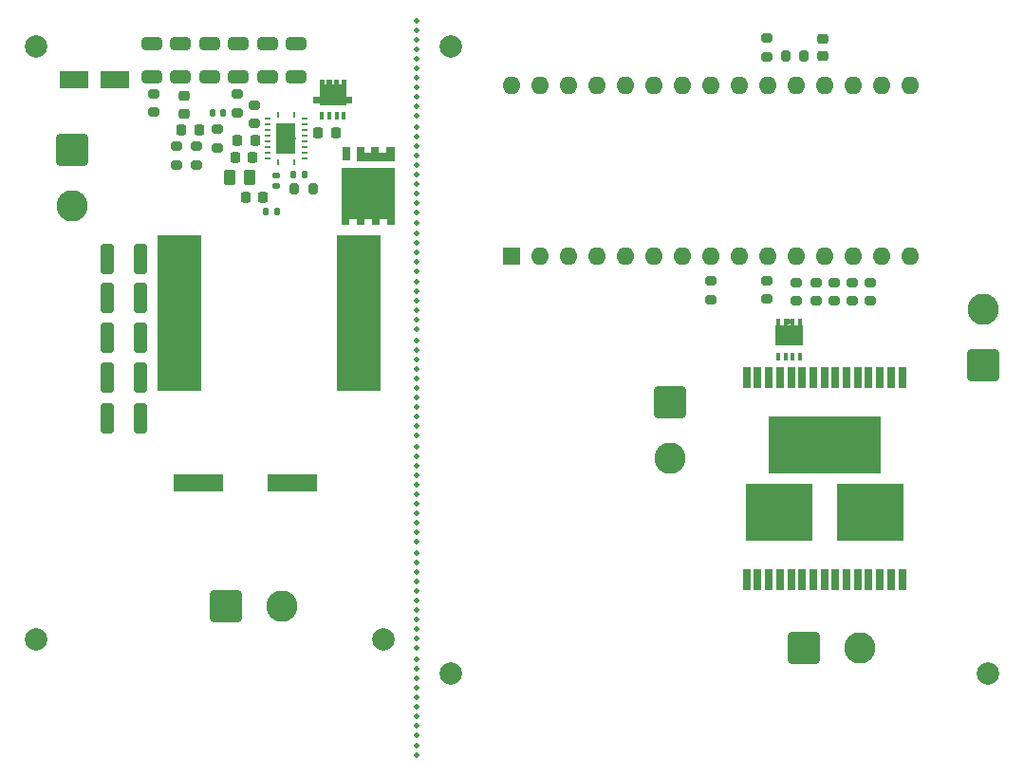
<source format=gbr>
%TF.GenerationSoftware,KiCad,Pcbnew,9.0.6*%
%TF.CreationDate,2026-01-16T13:55:08+01:00*%
%TF.ProjectId,Buck,4275636b-2e6b-4696-9361-645f70636258,rev?*%
%TF.SameCoordinates,Original*%
%TF.FileFunction,Soldermask,Top*%
%TF.FilePolarity,Negative*%
%FSLAX46Y46*%
G04 Gerber Fmt 4.6, Leading zero omitted, Abs format (unit mm)*
G04 Created by KiCad (PCBNEW 9.0.6) date 2026-01-16 13:55:08*
%MOMM*%
%LPD*%
G01*
G04 APERTURE LIST*
G04 Aperture macros list*
%AMRoundRect*
0 Rectangle with rounded corners*
0 $1 Rounding radius*
0 $2 $3 $4 $5 $6 $7 $8 $9 X,Y pos of 4 corners*
0 Add a 4 corners polygon primitive as box body*
4,1,4,$2,$3,$4,$5,$6,$7,$8,$9,$2,$3,0*
0 Add four circle primitives for the rounded corners*
1,1,$1+$1,$2,$3*
1,1,$1+$1,$4,$5*
1,1,$1+$1,$6,$7*
1,1,$1+$1,$8,$9*
0 Add four rect primitives between the rounded corners*
20,1,$1+$1,$2,$3,$4,$5,0*
20,1,$1+$1,$4,$5,$6,$7,0*
20,1,$1+$1,$6,$7,$8,$9,0*
20,1,$1+$1,$8,$9,$2,$3,0*%
%AMFreePoly0*
4,1,9,0.000001,0.700000,0.000001,0.000000,0.000000,-0.000001,-0.500000,-0.000001,-0.500001,0.000000,-0.500001,0.700000,-0.500000,0.700001,0.000000,0.700001,0.000001,0.700000,0.000001,0.700000,$1*%
%AMFreePoly1*
4,1,9,0.750001,3.365000,0.750001,0.000000,0.750000,-0.000001,0.000000,-0.000001,-0.000001,0.000000,-0.000001,3.365000,0.000000,3.365001,0.750000,3.365001,0.750001,3.365000,0.750001,3.365000,$1*%
%AMFreePoly2*
4,1,9,0.500001,0.000000,0.500001,-0.700000,0.500000,-0.700001,0.000000,-0.700001,-0.000001,-0.700000,-0.000001,0.000000,0.000000,0.000001,0.500000,0.000001,0.500001,0.000000,0.500001,0.000000,$1*%
%AMFreePoly3*
4,1,9,0.000001,0.000000,0.000001,-4.700000,0.000000,-4.700001,-4.534500,-4.700001,-4.534501,-4.700000,-4.534501,0.000000,-4.534500,0.000001,0.000000,0.000001,0.000001,0.000000,0.000001,0.000000,$1*%
G04 Aperture macros list end*
%ADD10C,0.000000*%
%ADD11RoundRect,0.250001X1.149999X-1.149999X1.149999X1.149999X-1.149999X1.149999X-1.149999X-1.149999X0*%
%ADD12C,2.800000*%
%ADD13C,0.500000*%
%ADD14RoundRect,0.200000X0.275000X-0.200000X0.275000X0.200000X-0.275000X0.200000X-0.275000X-0.200000X0*%
%ADD15C,0.499999*%
%ADD16R,0.399999X0.700001*%
%ADD17R,0.635000X1.854200*%
%ADD18R,6.045200X5.105400*%
%ADD19R,10.109200X5.105400*%
%ADD20RoundRect,0.200000X-0.200000X-0.275000X0.200000X-0.275000X0.200000X0.275000X-0.200000X0.275000X0*%
%ADD21RoundRect,0.200000X-0.275000X0.200000X-0.275000X-0.200000X0.275000X-0.200000X0.275000X0.200000X0*%
%ADD22RoundRect,0.250001X-1.149999X-1.149999X1.149999X-1.149999X1.149999X1.149999X-1.149999X1.149999X0*%
%ADD23RoundRect,0.250001X-1.149999X1.149999X-1.149999X-1.149999X1.149999X-1.149999X1.149999X1.149999X0*%
%ADD24C,2.000000*%
%ADD25RoundRect,0.225000X0.250000X-0.225000X0.250000X0.225000X-0.250000X0.225000X-0.250000X-0.225000X0*%
%ADD26O,1.600000X1.600000*%
%ADD27R,1.600000X1.600000*%
%ADD28RoundRect,0.250000X0.650000X-0.325000X0.650000X0.325000X-0.650000X0.325000X-0.650000X-0.325000X0*%
%ADD29RoundRect,0.225000X0.225000X0.250000X-0.225000X0.250000X-0.225000X-0.250000X0.225000X-0.250000X0*%
%ADD30RoundRect,0.250000X0.325000X1.100000X-0.325000X1.100000X-0.325000X-1.100000X0.325000X-1.100000X0*%
%ADD31RoundRect,0.225000X-0.225000X-0.250000X0.225000X-0.250000X0.225000X0.250000X-0.225000X0.250000X0*%
%ADD32RoundRect,0.140000X-0.140000X-0.170000X0.140000X-0.170000X0.140000X0.170000X-0.140000X0.170000X0*%
%ADD33RoundRect,0.250000X1.050000X0.550000X-1.050000X0.550000X-1.050000X-0.550000X1.050000X-0.550000X0*%
%ADD34R,4.000000X14.000000*%
%ADD35R,0.431800X0.660400*%
%ADD36R,0.127000X0.127000*%
%ADD37RoundRect,0.147500X-0.172500X0.147500X-0.172500X-0.147500X0.172500X-0.147500X0.172500X0.147500X0*%
%ADD38R,0.249999X0.599999*%
%ADD39R,0.599999X0.249999*%
%ADD40R,1.699999X2.700000*%
%ADD41FreePoly0,270.000000*%
%ADD42R,0.650000X1.250000*%
%ADD43FreePoly1,270.000000*%
%ADD44FreePoly2,270.000000*%
%ADD45FreePoly3,270.000000*%
%ADD46RoundRect,0.250000X0.262500X0.450000X-0.262500X0.450000X-0.262500X-0.450000X0.262500X-0.450000X0*%
%ADD47RoundRect,0.135000X-0.135000X-0.185000X0.135000X-0.185000X0.135000X0.185000X-0.135000X0.185000X0*%
%ADD48R,4.500000X1.650000*%
G04 APERTURE END LIST*
D10*
%TO.C,U3*%
G36*
X207397141Y-122976023D02*
G01*
X207407131Y-122979053D01*
X207416336Y-122983976D01*
X207424405Y-122990598D01*
X207431027Y-122998667D01*
X207435950Y-123007872D01*
X207438980Y-123017862D01*
X207440001Y-123028251D01*
X207440001Y-124696751D01*
X207438980Y-124707140D01*
X207435950Y-124717130D01*
X207431027Y-124726335D01*
X207424405Y-124734404D01*
X207416336Y-124741026D01*
X207407131Y-124745949D01*
X207397141Y-124748979D01*
X207386752Y-124750000D01*
X205043252Y-124750000D01*
X205032863Y-124748979D01*
X205022873Y-124745949D01*
X205013668Y-124741026D01*
X205005599Y-124734404D01*
X204998977Y-124726335D01*
X204994054Y-124717130D01*
X204991024Y-124707140D01*
X204990003Y-124696751D01*
X204990003Y-123028251D01*
X204991024Y-123017862D01*
X204994054Y-123007872D01*
X204998977Y-122998667D01*
X205005599Y-122990598D01*
X205013668Y-122983976D01*
X205022873Y-122979053D01*
X205032863Y-122976023D01*
X205043252Y-122975000D01*
X207386752Y-122975000D01*
X207397141Y-122976023D01*
G37*
G36*
X207340001Y-123265002D02*
G01*
X207040002Y-123265002D01*
X207040002Y-122765003D01*
X207340001Y-122765003D01*
X207340001Y-123265002D01*
G37*
G36*
X206690000Y-123265002D02*
G01*
X206390000Y-123265002D01*
X206390000Y-122765003D01*
X206690000Y-122765003D01*
X206690000Y-123265002D01*
G37*
G36*
X206040004Y-123265002D02*
G01*
X205740004Y-123265002D01*
X205740004Y-122765003D01*
X206040004Y-122765003D01*
X206040004Y-123265002D01*
G37*
G36*
X205390002Y-123265002D02*
G01*
X205090003Y-123265002D01*
X205090003Y-122765003D01*
X205390002Y-122765003D01*
X205390002Y-123265002D01*
G37*
%TO.C,Q1*%
G36*
X164765901Y-101449800D02*
G01*
X164984100Y-101449800D01*
X164984100Y-100979800D01*
X165415900Y-100979800D01*
X165415900Y-101449800D01*
X165634102Y-101449800D01*
X165634102Y-100979800D01*
X166065902Y-100979800D01*
X166065902Y-101449800D01*
X166284100Y-101449800D01*
X166284100Y-100979800D01*
X166715900Y-100979800D01*
X166715905Y-102529500D01*
X167254905Y-102529500D01*
X167254905Y-103099500D01*
X166715905Y-103099500D01*
X166715905Y-103279500D01*
X164334097Y-103279500D01*
X164334097Y-103099500D01*
X163795097Y-103099500D01*
X163795097Y-102529500D01*
X164334097Y-102529500D01*
X164334102Y-100979800D01*
X164765901Y-100979800D01*
X164765901Y-101449800D01*
G37*
%TD*%
D11*
%TO.C,J3*%
X223500000Y-126500000D03*
D12*
X223500000Y-121500000D03*
%TD*%
D13*
%TO.C,REF\u002A\u002A*%
X173000000Y-161250000D03*
X173000000Y-160400000D03*
X173000000Y-159550000D03*
X173000000Y-158700000D03*
X173000000Y-157850000D03*
X173000000Y-157000000D03*
X173000000Y-156150000D03*
X173000000Y-155300000D03*
X173000000Y-154450000D03*
X173000000Y-153600000D03*
X173000000Y-152750000D03*
%TD*%
%TO.C,REF\u002A\u002A*%
X173000000Y-151750000D03*
X173000000Y-150900000D03*
X173000000Y-150050000D03*
X173000000Y-149200000D03*
X173000000Y-148350000D03*
X173000000Y-147500000D03*
X173000000Y-146650000D03*
X173000000Y-145800000D03*
X173000000Y-144950000D03*
X173000000Y-144100000D03*
X173000000Y-143250000D03*
%TD*%
%TO.C,REF\u002A\u002A*%
X173000000Y-142250000D03*
X173000000Y-141400000D03*
X173000000Y-140550000D03*
X173000000Y-139700000D03*
X173000000Y-138850000D03*
X173000000Y-138000000D03*
X173000000Y-137150000D03*
X173000000Y-136300000D03*
X173000000Y-135450000D03*
X173000000Y-134600000D03*
X173000000Y-133750000D03*
%TD*%
%TO.C,REF\u002A\u002A*%
X173000000Y-132750000D03*
X173000000Y-131900000D03*
X173000000Y-131050000D03*
X173000000Y-130200000D03*
X173000000Y-129350000D03*
X173000000Y-128500000D03*
X173000000Y-127650000D03*
X173000000Y-126800000D03*
X173000000Y-125950000D03*
X173000000Y-125100000D03*
X173000000Y-124250000D03*
%TD*%
%TO.C,REF\u002A\u002A*%
X173000000Y-123250000D03*
X173000000Y-122400000D03*
X173000000Y-121550000D03*
X173000000Y-120700000D03*
X173000000Y-119850000D03*
X173000000Y-119000000D03*
X173000000Y-118150000D03*
X173000000Y-117300000D03*
X173000000Y-116450000D03*
X173000000Y-115600000D03*
X173000000Y-114750000D03*
%TD*%
%TO.C,REF\u002A\u002A*%
X173000000Y-113750000D03*
X173000000Y-112900000D03*
X173000000Y-112050000D03*
X173000000Y-111200000D03*
X173000000Y-110350000D03*
X173000000Y-109500000D03*
X173000000Y-108650000D03*
X173000000Y-107800000D03*
X173000000Y-106950000D03*
X173000000Y-106100000D03*
X173000000Y-105250000D03*
%TD*%
%TO.C,REF\u002A\u002A*%
X173000000Y-104250000D03*
X173000000Y-103400000D03*
X173000000Y-102550000D03*
X173000000Y-101700000D03*
X173000000Y-100850000D03*
X173000000Y-100000000D03*
X173000000Y-99150000D03*
X173000000Y-98300000D03*
X173000000Y-97450000D03*
X173000000Y-96600000D03*
X173000000Y-95750000D03*
%TD*%
D14*
%TO.C,R15*%
X213440000Y-119115000D03*
X213440000Y-120765000D03*
%TD*%
%TO.C,R18*%
X210240000Y-120765000D03*
X210240000Y-119115000D03*
%TD*%
D15*
%TO.C,U3*%
X206215002Y-122587502D03*
X207190001Y-123040001D03*
X205240003Y-123040001D03*
X206215002Y-123492502D03*
X207190001Y-123945000D03*
X205240003Y-123945000D03*
X206215002Y-124397501D03*
D16*
X205240003Y-122640002D03*
X205890001Y-122640002D03*
X206540003Y-122640002D03*
X207190001Y-122640002D03*
X207190001Y-125740000D03*
X206540000Y-125740000D03*
X205890001Y-125740000D03*
X205240000Y-125740000D03*
%TD*%
D17*
%TO.C,U2*%
X216302401Y-127590000D03*
X215311801Y-127590000D03*
X214321201Y-127590000D03*
X213330601Y-127590000D03*
X212340001Y-127590000D03*
X211349401Y-127590000D03*
X210358801Y-127590000D03*
X209368201Y-127590000D03*
X208377601Y-127590000D03*
X207387001Y-127590000D03*
X206396401Y-127590000D03*
X205405801Y-127590000D03*
X204415201Y-127590000D03*
X203424601Y-127590000D03*
X202434001Y-127590000D03*
X202434001Y-145598600D03*
X203424601Y-145598600D03*
X204415201Y-145598600D03*
X205405801Y-145598600D03*
X206396401Y-145598600D03*
X207387001Y-145598600D03*
X208377601Y-145598600D03*
X209368201Y-145598600D03*
X210358801Y-145598600D03*
X211349401Y-145598600D03*
X212340001Y-145598600D03*
X213330601Y-145598600D03*
X214321201Y-145598600D03*
X215311801Y-145598600D03*
X216302401Y-145598600D03*
D18*
X213440801Y-139572000D03*
X205295565Y-139572000D03*
D19*
X209368201Y-133616658D03*
%TD*%
D14*
%TO.C,R17*%
X204240000Y-98965000D03*
X204240000Y-97315000D03*
%TD*%
D20*
%TO.C,R16*%
X205915000Y-98890000D03*
X207565000Y-98890000D03*
%TD*%
D21*
%TO.C,R14*%
X211840000Y-119115000D03*
X211840000Y-120765000D03*
%TD*%
%TO.C,R13*%
X208640000Y-119115000D03*
X208640000Y-120765000D03*
%TD*%
%TO.C,R12*%
X206840000Y-119115000D03*
X206840000Y-120765000D03*
%TD*%
%TO.C,R11*%
X204240000Y-118940000D03*
X204240000Y-120590000D03*
%TD*%
%TO.C,R10*%
X199240000Y-118990000D03*
X199240000Y-120640000D03*
%TD*%
D22*
%TO.C,J5*%
X207500000Y-151750000D03*
D12*
X212500000Y-151750000D03*
%TD*%
D23*
%TO.C,J4*%
X195640000Y-129790000D03*
D12*
X195640000Y-134790000D03*
%TD*%
D24*
%TO.C,FID6*%
X224000000Y-154000000D03*
%TD*%
%TO.C,FID5*%
X176000000Y-154000000D03*
%TD*%
%TO.C,FID4*%
X176000000Y-98000000D03*
%TD*%
D25*
%TO.C,C22*%
X209240000Y-98915000D03*
X209240000Y-97365000D03*
%TD*%
D26*
%TO.C,A1*%
X181440000Y-101510000D03*
X183980000Y-101510000D03*
X186520000Y-101510000D03*
X189060000Y-101510000D03*
X191600000Y-101510000D03*
X194140000Y-101510000D03*
X196680000Y-101510000D03*
X199220000Y-101510000D03*
X201760000Y-101510000D03*
X204300000Y-101510000D03*
X206840000Y-101510000D03*
X209380000Y-101510000D03*
X211920000Y-101510000D03*
X214460000Y-101510000D03*
X217000000Y-101510000D03*
X217000000Y-116750000D03*
X214460000Y-116750000D03*
X211920000Y-116750000D03*
X209380000Y-116750000D03*
X206840000Y-116750000D03*
X204300000Y-116750000D03*
X201760000Y-116750000D03*
X199220000Y-116750000D03*
X196680000Y-116750000D03*
X194140000Y-116750000D03*
X191600000Y-116750000D03*
X189060000Y-116750000D03*
X186520000Y-116750000D03*
X183980000Y-116750000D03*
D27*
X181440000Y-116750000D03*
%TD*%
D28*
%TO.C,C7*%
X159700000Y-100775000D03*
X159700000Y-97825000D03*
%TD*%
D23*
%TO.C,J1*%
X142250000Y-107250000D03*
D12*
X142250000Y-112250000D03*
%TD*%
D29*
%TO.C,C13*%
X158375000Y-107950000D03*
X156825000Y-107950000D03*
%TD*%
D24*
%TO.C,FID1*%
X139000000Y-98000000D03*
%TD*%
D28*
%TO.C,C3*%
X151900000Y-100775000D03*
X151900000Y-97825000D03*
%TD*%
D20*
%TO.C,R6*%
X162100000Y-110750000D03*
X163750000Y-110750000D03*
%TD*%
D24*
%TO.C,FID3*%
X170000000Y-151000000D03*
%TD*%
D30*
%TO.C,C19*%
X148375000Y-127600000D03*
X145425000Y-127600000D03*
%TD*%
D31*
%TO.C,C5*%
X157725000Y-111500000D03*
X159275000Y-111500000D03*
%TD*%
D32*
%TO.C,C11*%
X162020000Y-109500000D03*
X162980000Y-109500000D03*
%TD*%
D31*
%TO.C,C12*%
X164225000Y-105750000D03*
X165775000Y-105750000D03*
%TD*%
D33*
%TO.C,C1*%
X146050000Y-101000000D03*
X142450000Y-101000000D03*
%TD*%
D25*
%TO.C,C10*%
X152250000Y-104025000D03*
X152250000Y-102475000D03*
%TD*%
D21*
%TO.C,R8*%
X151600000Y-106950000D03*
X151600000Y-108600000D03*
%TD*%
D30*
%TO.C,C18*%
X148375000Y-124000000D03*
X145425000Y-124000000D03*
%TD*%
D34*
%TO.C,L1*%
X167800000Y-121800000D03*
X151800000Y-121800000D03*
%TD*%
D35*
%TO.C,Q1*%
X164550002Y-104250000D03*
X165200000Y-104250000D03*
X165850002Y-104250000D03*
X166500000Y-104250000D03*
D36*
X166500000Y-101310000D03*
X165850002Y-101310000D03*
X165200000Y-101310000D03*
X164550002Y-101310000D03*
%TD*%
D30*
%TO.C,C20*%
X148375000Y-131200000D03*
X145425000Y-131200000D03*
%TD*%
D37*
%TO.C,D1*%
X160500000Y-110485000D03*
X160500000Y-109515000D03*
%TD*%
D14*
%TO.C,R4*%
X149500000Y-103900000D03*
X149500000Y-102250000D03*
%TD*%
D28*
%TO.C,C2*%
X149400000Y-100775000D03*
X149400000Y-97825000D03*
%TD*%
D22*
%TO.C,J2*%
X156000000Y-148000000D03*
D12*
X161000000Y-148000000D03*
%TD*%
D38*
%TO.C,U1*%
X160600000Y-104099999D03*
D39*
X159700002Y-104500001D03*
X159700002Y-105000000D03*
X159700002Y-105500002D03*
X159700002Y-106000000D03*
X159700002Y-106500002D03*
X159700002Y-107000001D03*
X159700002Y-107500000D03*
X159700002Y-107999999D03*
D38*
X160600000Y-108400001D03*
X162100002Y-108400001D03*
D39*
X163000000Y-107999999D03*
X163000000Y-107500000D03*
X163000000Y-106999998D03*
X163000000Y-106500000D03*
X163000000Y-105999998D03*
X163000000Y-105499999D03*
X163000000Y-105000000D03*
X163000000Y-104499998D03*
D38*
X162100002Y-104099999D03*
D40*
X161350001Y-106250000D03*
D15*
X160750002Y-106250000D03*
X161350001Y-105150000D03*
X161350001Y-107350000D03*
X161950000Y-106250000D03*
%TD*%
D41*
%TO.C,Q2*%
X170310400Y-107500000D03*
D42*
X170667000Y-107625000D03*
X169295800Y-107625000D03*
D41*
X167645400Y-107500000D03*
D43*
X167645400Y-107500000D03*
D42*
X168000000Y-107625000D03*
X166755800Y-107625000D03*
X166653800Y-113325000D03*
D44*
X167010400Y-113450000D03*
D42*
X168000000Y-113325000D03*
D44*
X168345400Y-113450000D03*
D42*
X169320800Y-113325000D03*
D44*
X169675400Y-113450000D03*
D42*
X170667000Y-113325000D03*
D45*
X171010400Y-113450000D03*
D44*
X171010400Y-113450000D03*
%TD*%
D46*
%TO.C,R5*%
X158112500Y-109750000D03*
X156287500Y-109750000D03*
%TD*%
D47*
%TO.C,R1*%
X159490000Y-112800000D03*
X160510000Y-112800000D03*
%TD*%
D28*
%TO.C,C9*%
X162200000Y-100775000D03*
X162200000Y-97825000D03*
%TD*%
D21*
%TO.C,R9*%
X153350000Y-106950000D03*
X153350000Y-108600000D03*
%TD*%
D29*
%TO.C,C17*%
X153575000Y-105500000D03*
X152025000Y-105500000D03*
%TD*%
D30*
%TO.C,C16*%
X148375000Y-120500000D03*
X145425000Y-120500000D03*
%TD*%
D32*
%TO.C,C8*%
X154795000Y-104000000D03*
X155755000Y-104000000D03*
%TD*%
D14*
%TO.C,R7*%
X155200000Y-107075000D03*
X155200000Y-105425000D03*
%TD*%
D24*
%TO.C,FID2*%
X139000000Y-151000000D03*
%TD*%
D28*
%TO.C,C4*%
X154500000Y-100775000D03*
X154500000Y-97825000D03*
%TD*%
D14*
%TO.C,R3*%
X157000000Y-103950000D03*
X157000000Y-102300000D03*
%TD*%
D28*
%TO.C,C6*%
X157100000Y-100775000D03*
X157100000Y-97825000D03*
%TD*%
D48*
%TO.C,C21*%
X153500000Y-137000000D03*
X161900000Y-137000000D03*
%TD*%
D29*
%TO.C,C14*%
X158575000Y-106400000D03*
X157025000Y-106400000D03*
%TD*%
D30*
%TO.C,C15*%
X148375000Y-117000000D03*
X145425000Y-117000000D03*
%TD*%
D14*
%TO.C,R2*%
X158500000Y-104900000D03*
X158500000Y-103250000D03*
%TD*%
M02*

</source>
